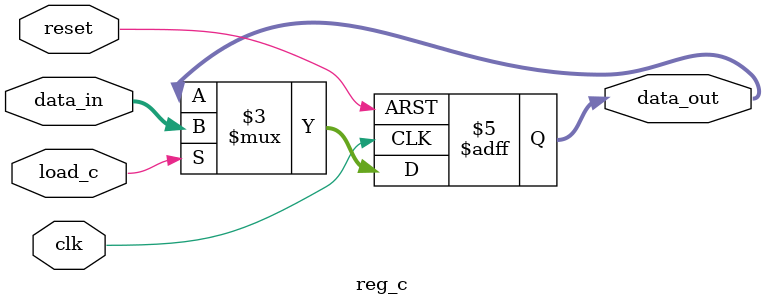
<source format=v>
module reg_c (clk, reset, load_c, data_in, data_out);
    input clk, reset, load_c;
    input [7:0] data_in;

    output reg [7:0] data_out;



    always @(posedge clk or posedge reset) 
    begin
        if (reset)  begin 
            data_out = 8'b00000000;
        end
        else if (load_c) begin 
            data_out = data_in;
        end
        
    end
endmodule
</source>
